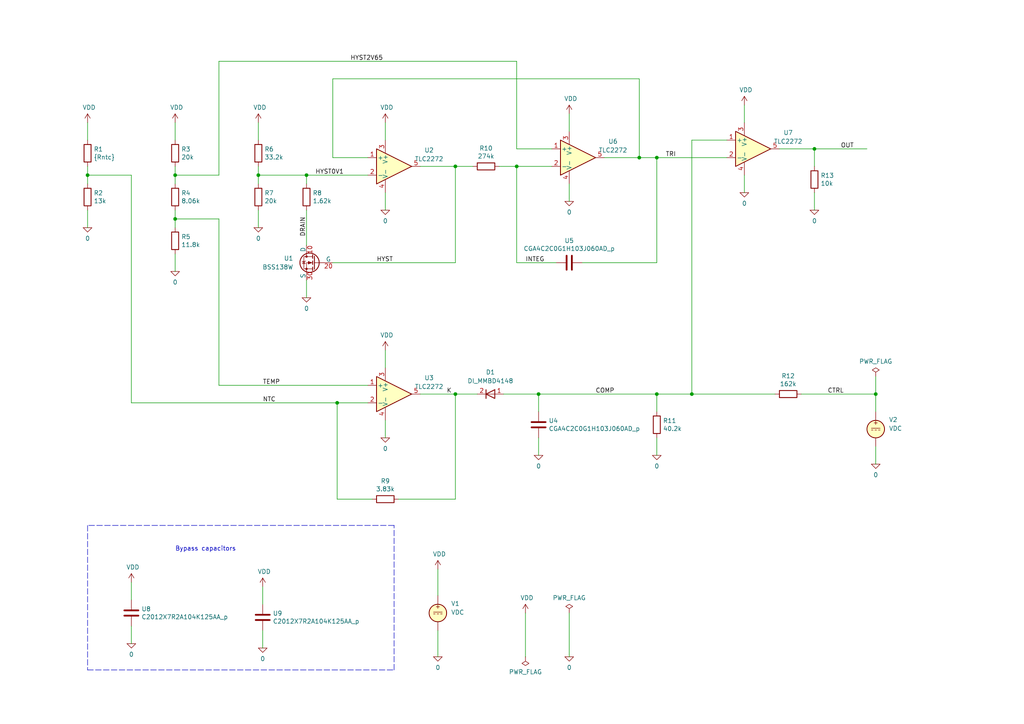
<source format=kicad_sch>
(kicad_sch (version 20211123) (generator eeschema)
  (paper "A4")
  (title_block (title "1-10V to PWM converter with NTC compensation.") (date "2023-04-10") (rev "1") (company "astroelectronic@") (comment 1 "-") (comment 2 "-") (comment 3 "-") (comment 4 "AE01010227"))
  (lib_symbols
    (symbol "Device:C" (pin_numbers hide) (pin_names (offset 0.254))
      (property "Reference" "C" (at 0.635 2.54 0))
      (property "Value" "C" (at 0.635 -2.54 0))
      (symbol "C_0_1"
        (polyline (pts (xy -2.032 -0.762) (xy 2.032 -0.762)) (stroke (width 0.508)))
        (polyline (pts (xy -2.032 0.762) (xy 2.032 0.762)) (stroke (width 0.508)))
      )
      (symbol "C_1_1"
        (pin passive line (at 0 3.81 270) (length 2.794) (name "~") (number "1"))
        (pin passive line (at 0 -3.81 90) (length 2.794) (name "~") (number "2"))
      )
    )
    (symbol "Device:R" (pin_numbers hide) (pin_names (offset 0))
      (property "Reference" "R" (at 2.032 0 90))
      (property "Value" "R" (at 0 0 90))
      (symbol "R_0_1"
        (rectangle (start -1.016 -2.54) (end 1.016 2.54) (stroke (width 0.254)))
      )
      (symbol "R_1_1"
        (pin passive line (at 0 3.81 270) (length 1.27) (name "~") (number "1"))
        (pin passive line (at 0 -3.81 90) (length 1.27) (name "~") (number "2"))
      )
    )
    (symbol "Simulation_SPICE:DIODE" (pin_names (offset 1.016) hide)
      (property "Reference" "D" (at 0 2.54 0))
      (property "Value" "DIODE" (at 0 -2.54 0))
      (symbol "DIODE_0_1"
        (polyline (pts (xy 1.27 0) (xy -1.27 0)))
        (polyline (pts (xy 1.27 1.27) (xy 1.27 -1.27)) (stroke (width 0.254)))
        (polyline (pts (xy -1.27 -1.27) (xy -1.27 1.27) (xy 1.27 0) (xy -1.27 -1.27)) (stroke (width 0.254)))
      )
      (symbol "DIODE_1_1"
        (pin passive line (at -3.81 0 0) (length 2.54) (name "A") (number "1"))
        (pin passive line (at 3.81 0 180) (length 2.54) (name "K") (number "2"))
      )
    )
    (symbol "Simulation_SPICE:VDC" (pin_numbers hide) (pin_names (offset 0.0254))
      (property "Reference" "V" (at 2.54 2.54 0))
      (property "Value" "VDC" (at 2.54 0 0))
      (property "Spice_Model" "dc(1)" (at 2.54 -2.54 0))
      (symbol "VDC_0_0"
        (polyline (pts (xy -1.27 0.254) (xy 1.27 0.254)))
        (polyline (pts (xy -0.762 -0.254) (xy -1.27 -0.254)))
        (polyline (pts (xy 0.254 -0.254) (xy -0.254 -0.254)))
        (polyline (pts (xy 1.27 -0.254) (xy 0.762 -0.254)))
        (text "+" (at 0 1.905 0) (effects (font (size 1.27 1.27))))
      )
      (symbol "VDC_0_1"
        (circle (center 0 0) (radius 2.54) (stroke (width 0.254)) (fill (type background)))
      )
      (symbol "VDC_1_1"
        (pin passive line (at 0 5.08 270) (length 2.54) (name "~") (number "1"))
        (pin passive line (at 0 -5.08 90) (length 2.54) (name "~") (number "2"))
      )
    )
    (symbol "TLC2272:BSS138W" (pin_names (offset 0))
      (property "Reference" "Q" (at 5.08 1.27 0))
      (property "Value" "BSS138W" (at 5.08 -1.27 0))
      (symbol "BSS138W_0_1"
        (polyline (pts (xy 0.254 0) (xy -2.54 0)))
        (polyline (pts (xy 0.254 1.905) (xy 0.254 -1.905)) (stroke (width 0.254)))
        (polyline (pts (xy 0.762 -1.27) (xy 0.762 -2.286)) (stroke (width 0.254)))
        (polyline (pts (xy 0.762 0.508) (xy 0.762 -0.508)) (stroke (width 0.254)))
        (polyline (pts (xy 0.762 2.286) (xy 0.762 1.27)) (stroke (width 0.254)))
        (polyline (pts (xy 2.54 2.54) (xy 2.54 1.778)))
        (polyline (pts (xy 2.54 -2.54) (xy 2.54 0) (xy 0.762 0)))
        (polyline (pts (xy 0.762 -1.778) (xy 3.302 -1.778) (xy 3.302 1.778) (xy 0.762 1.778)))
        (polyline (pts (xy 1.016 0) (xy 2.032 0.381) (xy 2.032 -0.381) (xy 1.016 0)) (fill (type outline)))
        (polyline (pts (xy 2.794 0.508) (xy 2.921 0.381) (xy 3.683 0.381) (xy 3.81 0.254)))
        (polyline (pts (xy 3.302 0.381) (xy 2.921 -0.254) (xy 3.683 -0.254) (xy 3.302 0.381)))
        (circle (center 1.651 0) (radius 2.794) (stroke (width 0.254)))
        (circle (center 2.54 -1.778) (radius 0.254) (fill (type outline)))
        (circle (center 2.54 1.778) (radius 0.254) (fill (type outline)))
      )
      (symbol "BSS138W_1_1"
        (pin passive line (at 2.54 5.08 270) (length 2.54) (name "D") (number "10"))
        (pin input line (at -5.08 0 0) (length 2.54) (name "G") (number "20"))
        (pin passive line (at 2.54 -5.08 90) (length 2.54) (name "S") (number "30"))
      )
    )
    (symbol "TLC2272:TLC2272" (pin_names (offset 0.254))
      (property "Reference" "U" (at 3.81 3.175 0))
      (property "Value" "TLC2272" (at 3.81 -3.175 0))
      (symbol "TLC2272_0_1"
        (polyline (pts (xy 5.08 0) (xy -5.08 5.08) (xy -5.08 -5.08) (xy 5.08 0)) (stroke (width 0.254)) (fill (type background)))
      )
      (symbol "TLC2272_1_1"
        (pin passive line (at -7.62 2.54 0) (length 2.54) (name "+") (number "1"))
        (pin passive line (at -7.62 -2.54 0) (length 2.54) (name "-") (number "2"))
        (pin passive line (at -2.54 7.62 270) (length 3.81) (name "V+") (number "3"))
        (pin passive line (at -2.54 -7.62 90) (length 3.81) (name "V-") (number "4"))
        (pin passive line (at 7.62 0 180) (length 2.54) (name "~") (number "5"))
      )
    )
    (symbol "power:PWR_FLAG" (power) (pin_numbers hide) (pin_names (offset 0) hide)
      (property "Value" "PWR_FLAG" (at 0 3.81 0))
      (symbol "PWR_FLAG_0_0"
        (pin power_out line (at 0 0 90) (length 0) (name "pwr") (number "1"))
      )
      (symbol "PWR_FLAG_0_1"
        (polyline (pts (xy 0 0) (xy 0 1.27) (xy -1.016 1.905) (xy 0 2.54) (xy 1.016 1.905) (xy 0 1.27)))
      )
    )
    (symbol "power:VDD" (power) (pin_names (offset 0))
      (property "Value" "VDD" (at 0 3.81 0))
      (symbol "VDD_0_1"
        (polyline (pts (xy -0.762 1.27) (xy 0 2.54)))
        (polyline (pts (xy 0 0) (xy 0 2.54)))
        (polyline (pts (xy 0 2.54) (xy 0.762 1.27)))
      )
      (symbol "VDD_1_1"
        (pin power_in line (at 0 0 90) (length 0) hide (name "VDD") (number "1"))
      )
    )
    (symbol "pspice:0" (power) (pin_names (offset 0))
      (property "Value" "0" (at 0 -1.778 0))
      (symbol "0_0_1"
        (polyline (pts (xy -1.27 0) (xy 0 -1.27) (xy 1.27 0) (xy -1.27 0)))
      )
      (symbol "0_1_1"
        (pin power_in line (at 0 0 0) (length 0) hide (name "0") (number "1"))
      )
    )
  )
  (junction (at 236.22 43.18))
  (junction (at 50.8 50.8))
  (junction (at 200.66 114.3))
  (junction (at 25.4 50.8))
  (junction (at 254 114.3))
  (junction (at 156.21 114.3))
  (junction (at 132.08 48.26))
  (junction (at 74.93 50.8))
  (junction (at 50.8 63.5))
  (junction (at 97.79 116.84))
  (junction (at 149.86 48.26))
  (junction (at 132.08 114.3))
  (junction (at 185.42 45.72))
  (junction (at 190.5 45.72))
  (junction (at 88.9 50.8))
  (junction (at 190.5 114.3))
  (wire (pts (xy 165.1 190.5) (xy 165.1 177.8)))
  (wire (pts (xy 160.02 43.18) (xy 149.86 43.18)))
  (wire (pts (xy 232.41 114.3) (xy 254 114.3)))
  (wire (pts (xy 97.79 116.84) (xy 38.1 116.84)))
  (wire (pts (xy 156.21 127) (xy 156.21 132.08)))
  (wire (pts (xy 50.8 66.04) (xy 50.8 63.5)))
  (wire (pts (xy 132.08 114.3) (xy 138.43 114.3)))
  (wire (pts (xy 63.5 63.5) (xy 50.8 63.5)))
  (wire (pts (xy 254 114.3) (xy 254 119.38)))
  (polyline (pts (xy 25.4 152.4) (xy 25.4 194.31)))
  (wire (pts (xy 25.4 53.34) (xy 25.4 50.8)))
  (wire (pts (xy 132.08 48.26) (xy 137.16 48.26)))
  (wire (pts (xy 50.8 50.8) (xy 50.8 48.26)))
  (wire (pts (xy 63.5 111.76) (xy 63.5 63.5)))
  (wire (pts (xy 96.52 76.2) (xy 132.08 76.2)))
  (wire (pts (xy 132.08 114.3) (xy 121.92 114.3)))
  (wire (pts (xy 74.93 50.8) (xy 74.93 48.26)))
  (wire (pts (xy 149.86 43.18) (xy 149.86 17.78)))
  (wire (pts (xy 132.08 144.78) (xy 132.08 114.3)))
  (wire (pts (xy 190.5 76.2) (xy 190.5 45.72)))
  (wire (pts (xy 88.9 50.8) (xy 106.68 50.8)))
  (wire (pts (xy 106.68 116.84) (xy 97.79 116.84)))
  (wire (pts (xy 215.9 50.8) (xy 215.9 55.88)))
  (wire (pts (xy 76.2 182.88) (xy 76.2 187.96)))
  (wire (pts (xy 74.93 60.96) (xy 74.93 66.04)))
  (wire (pts (xy 25.4 40.64) (xy 25.4 35.56)))
  (wire (pts (xy 236.22 43.18) (xy 251.46 43.18)))
  (wire (pts (xy 144.78 48.26) (xy 149.86 48.26)))
  (wire (pts (xy 215.9 35.56) (xy 215.9 30.48)))
  (wire (pts (xy 156.21 114.3) (xy 190.5 114.3)))
  (wire (pts (xy 127 182.88) (xy 127 190.5)))
  (wire (pts (xy 111.76 106.68) (xy 111.76 101.6)))
  (wire (pts (xy 63.5 17.78) (xy 63.5 50.8)))
  (wire (pts (xy 76.2 175.26) (xy 76.2 170.18)))
  (wire (pts (xy 38.1 50.8) (xy 25.4 50.8)))
  (wire (pts (xy 190.5 45.72) (xy 210.82 45.72)))
  (wire (pts (xy 115.57 144.78) (xy 132.08 144.78)))
  (wire (pts (xy 236.22 43.18) (xy 236.22 48.26)))
  (wire (pts (xy 106.68 45.72) (xy 96.52 45.72)))
  (wire (pts (xy 236.22 55.88) (xy 236.22 60.96)))
  (wire (pts (xy 149.86 48.26) (xy 160.02 48.26)))
  (wire (pts (xy 210.82 40.64) (xy 200.66 40.64)))
  (wire (pts (xy 50.8 40.64) (xy 50.8 35.56)))
  (wire (pts (xy 127 172.72) (xy 127 165.1)))
  (wire (pts (xy 175.26 45.72) (xy 185.42 45.72)))
  (wire (pts (xy 50.8 53.34) (xy 50.8 50.8)))
  (wire (pts (xy 74.93 50.8) (xy 88.9 50.8)))
  (wire (pts (xy 146.05 114.3) (xy 156.21 114.3)))
  (wire (pts (xy 25.4 50.8) (xy 25.4 48.26)))
  (wire (pts (xy 97.79 144.78) (xy 97.79 116.84)))
  (wire (pts (xy 96.52 22.86) (xy 185.42 22.86)))
  (wire (pts (xy 63.5 50.8) (xy 50.8 50.8)))
  (wire (pts (xy 190.5 114.3) (xy 200.66 114.3)))
  (wire (pts (xy 111.76 40.64) (xy 111.76 35.56)))
  (wire (pts (xy 254 129.54) (xy 254 134.62)))
  (wire (pts (xy 254 114.3) (xy 254 109.22)))
  (wire (pts (xy 168.91 76.2) (xy 190.5 76.2)))
  (wire (pts (xy 88.9 60.96) (xy 88.9 71.12)))
  (polyline (pts (xy 114.3 152.4) (xy 25.4 152.4)))
  (polyline (pts (xy 25.4 194.31) (xy 114.3 194.31)))
  (wire (pts (xy 132.08 48.26) (xy 121.92 48.26)))
  (wire (pts (xy 74.93 53.34) (xy 74.93 50.8)))
  (wire (pts (xy 50.8 63.5) (xy 50.8 60.96)))
  (wire (pts (xy 107.95 144.78) (xy 97.79 144.78)))
  (wire (pts (xy 149.86 76.2) (xy 161.29 76.2)))
  (wire (pts (xy 149.86 17.78) (xy 63.5 17.78)))
  (polyline (pts (xy 114.3 194.31) (xy 114.3 152.4)))
  (wire (pts (xy 200.66 40.64) (xy 200.66 114.3)))
  (wire (pts (xy 88.9 81.28) (xy 88.9 86.36)))
  (wire (pts (xy 38.1 173.99) (xy 38.1 168.91)))
  (wire (pts (xy 106.68 111.76) (xy 63.5 111.76)))
  (wire (pts (xy 111.76 55.88) (xy 111.76 60.96)))
  (wire (pts (xy 165.1 53.34) (xy 165.1 58.42)))
  (wire (pts (xy 50.8 73.66) (xy 50.8 78.74)))
  (wire (pts (xy 132.08 76.2) (xy 132.08 48.26)))
  (wire (pts (xy 165.1 38.1) (xy 165.1 33.02)))
  (wire (pts (xy 156.21 114.3) (xy 156.21 119.38)))
  (wire (pts (xy 74.93 40.64) (xy 74.93 35.56)))
  (wire (pts (xy 149.86 48.26) (xy 149.86 76.2)))
  (wire (pts (xy 25.4 60.96) (xy 25.4 66.04)))
  (wire (pts (xy 38.1 116.84) (xy 38.1 50.8)))
  (wire (pts (xy 200.66 114.3) (xy 224.79 114.3)))
  (wire (pts (xy 152.4 177.8) (xy 152.4 190.5)))
  (wire (pts (xy 190.5 127) (xy 190.5 132.08)))
  (wire (pts (xy 190.5 114.3) (xy 190.5 119.38)))
  (wire (pts (xy 96.52 45.72) (xy 96.52 22.86)))
  (wire (pts (xy 185.42 22.86) (xy 185.42 45.72)))
  (wire (pts (xy 185.42 45.72) (xy 190.5 45.72)))
  (wire (pts (xy 88.9 53.34) (xy 88.9 50.8)))
  (wire (pts (xy 111.76 121.92) (xy 111.76 127)))
  (wire (pts (xy 226.06 43.18) (xy 236.22 43.18)))
  (wire (pts (xy 38.1 181.61) (xy 38.1 186.69)))
  (text "Bypass capacitors" (at 50.8 160.02 0) (effects (font (size 1.27 1.27)) (justify left bottom)))
  (label "HYST0V1" (at 91.44 50.8 0))
  (label "TRI" (at 193.04 45.72 0))
  (label "COMP" (at 172.72 114.3 0))
  (label "INTEG" (at 152.4 76.2 0))
  (label "K" (at 129.54 114.3 0))
  (label "TEMP" (at 76.2 111.76 0))
  (label "DRAIN" (at 88.9 68.58 90))
  (label "CTRL" (at 240.03 114.3 0))
  (label "NTC" (at 76.2 116.84 0))
  (label "HYST2V65" (at 101.6 17.78 0))
  (label "OUT" (at 243.84 43.18 0))
  (label "HYST" (at 109.22 76.2 0))
  (symbol (lib_id "Device:R") (at 25.4 44.45 0) (unit 1)
    (property "Reference" "R1" (at 27.178 43.2816 0) (effects (justify left)))
    (property "Value" "{Rntc}" (at 27.178 45.593 0) (effects (justify left)))
    (property "Spice_Netlist_Enabled" "Y" (effects hide))
    (property "Spice_Primitive" "R" (effects hide))
    (property "Spice_Model" "{Rntc}" (effects hide))
  )
  (symbol (lib_id "Device:R") (at 25.4 57.15 0) (unit 1)
    (property "Reference" "R2" (at 27.178 55.9816 0) (effects (justify left)))
    (property "Value" "13k" (at 27.178 58.293 0) (effects (justify left)))
    (property "Spice_Primitive" "R" (effects hide))
    (property "Spice_Model" "13k" (effects hide))
    (property "Spice_Netlist_Enabled" "Y" (effects hide))
  )
  (symbol (lib_id "Device:R") (at 50.8 44.45 0) (unit 1)
    (property "Reference" "R3" (at 52.578 43.2816 0) (effects (justify left)))
    (property "Value" "20k" (at 52.578 45.593 0) (effects (justify left)))
    (property "Spice_Primitive" "R" (effects hide))
    (property "Spice_Model" "20k" (effects hide))
    (property "Spice_Netlist_Enabled" "Y" (effects hide))
  )
  (symbol (lib_id "Device:R") (at 50.8 57.15 0) (unit 1)
    (property "Reference" "R4" (at 52.578 55.9816 0) (effects (justify left)))
    (property "Value" "8.06k" (at 52.578 58.293 0) (effects (justify left)))
    (property "Spice_Primitive" "R" (effects hide))
    (property "Spice_Model" "8.06k" (effects hide))
    (property "Spice_Netlist_Enabled" "Y" (effects hide))
  )
  (symbol (lib_id "Device:R") (at 50.8 69.85 0) (unit 1)
    (property "Reference" "R5" (at 52.578 68.6816 0) (effects (justify left)))
    (property "Value" "11.8k" (at 52.578 70.993 0) (effects (justify left)))
    (property "Spice_Primitive" "R" (effects hide))
    (property "Spice_Model" "11.8k" (effects hide))
    (property "Spice_Netlist_Enabled" "Y" (effects hide))
  )
  (symbol (lib_id "Device:R") (at 74.93 44.45 0) (unit 1)
    (property "Reference" "R6" (at 76.708 43.2816 0) (effects (justify left)))
    (property "Value" "33.2k" (at 76.708 45.593 0) (effects (justify left)))
    (property "Spice_Primitive" "R" (effects hide))
    (property "Spice_Model" "33.2k" (effects hide))
    (property "Spice_Netlist_Enabled" "Y" (effects hide))
  )
  (symbol (lib_id "Device:R") (at 74.93 57.15 0) (unit 1)
    (property "Reference" "R7" (at 76.708 55.9816 0) (effects (justify left)))
    (property "Value" "20k" (at 76.708 58.293 0) (effects (justify left)))
    (property "Spice_Primitive" "R" (effects hide))
    (property "Spice_Model" "20k" (effects hide))
    (property "Spice_Netlist_Enabled" "Y" (effects hide))
  )
  (symbol (lib_id "power:VDD") (at 25.4 35.56 0) (unit 1)
    (property "Reference" "#PWR01" (effects hide))
    (property "Value" "VDD" (at 25.8318 31.1658 0))
  )
  (symbol (lib_id "pspice:0") (at 25.4 66.04 0) (unit 1)
    (property "Reference" "#GND01" (effects hide))
    (property "Value" "0" (at 25.4 69.1642 0))
  )
  (symbol (lib_id "pspice:0") (at 50.8 78.74 0) (unit 1)
    (property "Reference" "#GND02" (effects hide))
    (property "Value" "0" (at 50.8 81.8642 0))
  )
  (symbol (lib_id "power:VDD") (at 50.8 35.56 0) (unit 1)
    (property "Reference" "#PWR02" (effects hide))
    (property "Value" "VDD" (at 51.2318 31.1658 0))
  )
  (symbol (lib_id "power:VDD") (at 74.93 35.56 0) (unit 1)
    (property "Reference" "#PWR03" (effects hide))
    (property "Value" "VDD" (at 75.3618 31.1658 0))
  )
  (symbol (lib_id "pspice:0") (at 74.93 66.04 0) (unit 1)
    (property "Reference" "#GND03" (effects hide))
    (property "Value" "0" (at 74.93 69.1642 0))
  )
  (symbol (lib_id "power:VDD") (at 127 165.1 0) (unit 1)
    (property "Reference" "#PWR06" (effects hide))
    (property "Value" "VDD" (at 127.4318 160.7058 0))
  )
  (symbol (lib_id "pspice:0") (at 127 190.5 0) (unit 1)
    (property "Reference" "#GND07" (effects hide))
    (property "Value" "0" (at 127 193.6242 0))
  )
  (symbol (lib_id "power:VDD") (at 152.4 177.8 0) (unit 1)
    (property "Reference" "#PWR07" (effects hide))
    (property "Value" "VDD" (at 152.8318 173.4058 0))
  )
  (symbol (lib_id "pspice:0") (at 165.1 190.5 0) (unit 1)
    (property "Reference" "#GND09" (effects hide))
    (property "Value" "0" (at 165.1 193.6242 0))
  )
  (symbol (lib_id "pspice:0") (at 236.22 60.96 0) (unit 1)
    (property "Reference" "#GND0101" (effects hide))
    (property "Value" "0" (at 236.22 64.0842 0))
  )
  (symbol (lib_id "power:PWR_FLAG") (at 152.4 190.5 180) (unit 1)
    (property "Reference" "#FLG01" (effects hide))
    (property "Value" "PWR_FLAG" (at 152.4 194.8942 0))
  )
  (symbol (lib_id "power:PWR_FLAG") (at 165.1 177.8 0) (unit 1)
    (property "Reference" "#FLG02" (effects hide))
    (property "Value" "PWR_FLAG" (at 165.1 173.4058 0))
  )
  (symbol (lib_id "Device:R") (at 88.9 57.15 0) (unit 1)
    (property "Reference" "R8" (at 90.678 55.9816 0) (effects (justify left)))
    (property "Value" "1.62k" (at 90.678 58.293 0) (effects (justify left)))
    (property "Spice_Primitive" "R" (effects hide))
    (property "Spice_Model" "1.62k" (effects hide))
    (property "Spice_Netlist_Enabled" "Y" (effects hide))
  )
  (symbol (lib_id "power:VDD") (at 111.76 35.56 0) (unit 1)
    (property "Reference" "#PWR04" (effects hide))
    (property "Value" "VDD" (at 112.1918 31.1658 0))
  )
  (symbol (lib_id "pspice:0") (at 111.76 60.96 0) (unit 1)
    (property "Reference" "#GND05" (effects hide))
    (property "Value" "0" (at 111.76 64.0842 0))
  )
  (symbol (lib_id "pspice:0") (at 88.9 86.36 0) (unit 1)
    (property "Reference" "#GND04" (effects hide))
    (property "Value" "0" (at 88.9 89.4842 0))
  )
  (symbol (lib_id "Device:R") (at 140.97 48.26 270) (unit 1)
    (property "Reference" "R10" (at 140.97 43.0022 90))
    (property "Value" "274k" (at 140.97 45.3136 90))
    (property "Spice_Primitive" "R" (effects hide))
    (property "Spice_Model" "274k" (effects hide))
    (property "Spice_Netlist_Enabled" "Y" (effects hide))
  )
  (symbol (lib_id "pspice:0") (at 165.1 58.42 0) (unit 1)
    (property "Reference" "#GND010" (effects hide))
    (property "Value" "0" (at 165.1 61.5442 0))
  )
  (symbol (lib_id "power:VDD") (at 165.1 33.02 0) (unit 1)
    (property "Reference" "#PWR08" (effects hide))
    (property "Value" "VDD" (at 165.5318 28.6258 0))
  )
  (symbol (lib_id "Device:C") (at 165.1 76.2 270) (unit 1)
    (property "Reference" "U5" (at 165.1 69.7992 90))
    (property "Value" "CGA4C2C0G1H103J060AD_p" (at 165.1 72.1106 90))
    (property "Spice_Primitive" "X" (effects hide))
    (property "Spice_Model" "CGA4C2C0G1H103J060AD_p" (effects hide))
    (property "Spice_Netlist_Enabled" "Y" (effects hide))
    (property "Spice_Lib_File" "models/CGA4C2C0G1H103J060AD_p.mod" (effects hide))
  )
  (symbol (lib_id "pspice:0") (at 215.9 55.88 0) (unit 1)
    (property "Reference" "#GND012" (effects hide))
    (property "Value" "0" (at 215.9 59.0042 0))
  )
  (symbol (lib_id "power:VDD") (at 215.9 30.48 0) (unit 1)
    (property "Reference" "#PWR09" (effects hide))
    (property "Value" "VDD" (at 216.3318 26.0858 0))
  )
  (symbol (lib_id "power:VDD") (at 111.76 101.6 0) (unit 1)
    (property "Reference" "#PWR05" (effects hide))
    (property "Value" "VDD" (at 112.1918 97.2058 0))
  )
  (symbol (lib_id "pspice:0") (at 111.76 127 0) (unit 1)
    (property "Reference" "#GND06" (effects hide))
    (property "Value" "0" (at 111.76 130.1242 0))
  )
  (symbol (lib_id "Device:R") (at 111.76 144.78 270) (unit 1)
    (property "Reference" "R9" (at 111.76 139.5222 90))
    (property "Value" "3.83k" (at 111.76 141.8336 90))
    (property "Spice_Primitive" "R" (effects hide))
    (property "Spice_Model" "3.83k" (effects hide))
    (property "Spice_Netlist_Enabled" "Y" (effects hide))
  )
  (symbol (lib_id "Device:C") (at 156.21 123.19 0) (unit 1)
    (property "Reference" "U4" (at 159.131 122.0216 0) (effects (justify left)))
    (property "Value" "CGA4C2C0G1H103J060AD_p" (at 159.131 124.333 0) (effects (justify left)))
    (property "Spice_Primitive" "X" (effects hide))
    (property "Spice_Model" "CGA4C2C0G1H103J060AD_p" (effects hide))
    (property "Spice_Netlist_Enabled" "Y" (effects hide))
    (property "Spice_Lib_File" "models/CGA4C2C0G1H103J060AD_p.mod" (effects hide))
  )
  (symbol (lib_id "pspice:0") (at 156.21 132.08 0) (unit 1)
    (property "Reference" "#GND08" (effects hide))
    (property "Value" "0" (at 156.21 135.2042 0))
  )
  (symbol (lib_id "Device:R") (at 190.5 123.19 0) (unit 1)
    (property "Reference" "R11" (at 192.278 122.0216 0) (effects (justify left)))
    (property "Value" "40.2k" (at 192.278 124.333 0) (effects (justify left)))
    (property "Spice_Primitive" "R" (effects hide))
    (property "Spice_Model" "40.2k" (effects hide))
    (property "Spice_Netlist_Enabled" "Y" (effects hide))
  )
  (symbol (lib_id "pspice:0") (at 190.5 132.08 0) (unit 1)
    (property "Reference" "#GND011" (effects hide))
    (property "Value" "0" (at 190.5 135.2042 0))
  )
  (symbol (lib_id "Device:R") (at 228.6 114.3 270) (unit 1)
    (property "Reference" "R12" (at 228.6 109.0422 90))
    (property "Value" "162k" (at 228.6 111.3536 90))
    (property "Spice_Primitive" "R" (effects hide))
    (property "Spice_Model" "162k" (effects hide))
    (property "Spice_Netlist_Enabled" "Y" (effects hide))
  )
  (symbol (lib_id "pspice:0") (at 254 134.62 0) (unit 1)
    (property "Reference" "#GND013" (effects hide))
    (property "Value" "0" (at 254 137.7442 0))
  )
  (symbol (lib_id "Device:R") (at 236.22 52.07 0) (unit 1)
    (property "Reference" "R13" (at 237.998 50.9016 0) (effects (justify left)))
    (property "Value" "10k" (at 237.998 53.213 0) (effects (justify left)))
    (property "Spice_Primitive" "R" (effects hide))
    (property "Spice_Model" "10k" (effects hide))
    (property "Spice_Netlist_Enabled" "Y" (effects hide))
  )
  (symbol (lib_id "power:PWR_FLAG") (at 254 109.22 0) (unit 1)
    (property "Reference" "#FLG03" (effects hide))
    (property "Value" "PWR_FLAG" (at 254 104.8258 0))
  )
  (symbol (lib_id "Device:C") (at 38.1 177.8 0) (unit 1)
    (property "Reference" "U8" (at 41.021 176.6316 0) (effects (justify left)))
    (property "Value" "C2012X7R2A104K125AA_p" (at 41.021 178.943 0) (effects (justify left)))
    (property "Spice_Primitive" "X" (effects hide))
    (property "Spice_Model" "C2012X7R2A104K125AA_p" (effects hide))
    (property "Spice_Netlist_Enabled" "Y" (effects hide))
    (property "Spice_Lib_File" "models/C2012X7R2A104K125AA_p.mod" (effects hide))
  )
  (symbol (lib_id "power:VDD") (at 38.1 168.91 0) (unit 1)
    (property "Reference" "#PWR010" (effects hide))
    (property "Value" "VDD" (at 38.5318 164.5158 0))
  )
  (symbol (lib_id "pspice:0") (at 38.1 186.69 0) (unit 1)
    (property "Reference" "#GND014" (effects hide))
    (property "Value" "0" (at 38.1 189.8142 0))
  )
  (symbol (lib_id "Device:C") (at 76.2 179.07 0) (unit 1)
    (property "Reference" "U9" (at 79.121 177.9016 0) (effects (justify left)))
    (property "Value" "C2012X7R2A104K125AA_p" (at 79.121 180.213 0) (effects (justify left)))
    (property "Spice_Primitive" "X" (effects hide))
    (property "Spice_Model" "C2012X7R2A104K125AA_p" (effects hide))
    (property "Spice_Netlist_Enabled" "Y" (effects hide))
    (property "Spice_Lib_File" "models/C2012X7R2A104K125AA_p.mod" (effects hide))
  )
  (symbol (lib_id "power:VDD") (at 76.2 170.18 0) (unit 1)
    (property "Reference" "#PWR011" (effects hide))
    (property "Value" "VDD" (at 76.6318 165.7858 0))
  )
  (symbol (lib_id "pspice:0") (at 76.2 187.96 0) (unit 1)
    (property "Reference" "#GND015" (effects hide))
    (property "Value" "0" (at 76.2 191.0842 0))
  )
  (symbol (lib_id "TLC2272:TLC2272") (at 218.44 43.18 0) (unit 1)
    (property "Reference" "U7" (at 228.6 38.481 0))
    (property "Value" "TLC2272" (at 228.6 41.021 0))
    (property "Spice_Netlist_Enabled" "Y" (effects hide))
    (property "Spice_Primitive" "X" (effects hide))
    (property "Spice_Model" "TLC2272" (effects hide))
    (property "Spice_Lib_File" "models/TLC2272.LIB" (effects hide))
  )
  (symbol (lib_id "TLC2272:BSS138W") (at 91.44 76.2 0) (mirror y) (unit 1)
    (property "Reference" "U1" (at 85.09 74.9299 0) (effects (justify left)))
    (property "Value" "BSS138W" (at 85.09 77.4699 0) (effects (justify left)))
    (property "Spice_Primitive" "X" (effects hide))
    (property "Spice_Model" "BSS138W" (effects hide))
    (property "Spice_Netlist_Enabled" "Y" (effects hide))
    (property "Spice_Lib_File" "models/BSS138W.spice.txt" (effects hide))
  )
  (symbol (lib_id "TLC2272:TLC2272") (at 114.3 114.3 0) (unit 1)
    (property "Reference" "U3" (at 124.46 109.601 0))
    (property "Value" "TLC2272" (at 124.46 112.141 0))
    (property "Spice_Netlist_Enabled" "Y" (effects hide))
    (property "Spice_Primitive" "X" (effects hide))
    (property "Spice_Model" "TLC2272" (effects hide))
    (property "Spice_Lib_File" "models/TLC2272.LIB" (effects hide))
  )
  (symbol (lib_id "Simulation_SPICE:VDC") (at 127 177.8 0) (unit 1)
    (property "Reference" "V1" (at 130.81 175.0701 0) (effects (justify left)))
    (property "Value" "VDC" (at 130.81 177.6101 0) (effects (justify left)))
    (property "Spice_Netlist_Enabled" "Y" (effects hide))
    (property "Spice_Primitive" "V" (effects hide))
    (property "Spice_Model" "{VSUPPLY}" (at 130.81 180.1501 0) (effects (justify left)))
  )
  (symbol (lib_id "Simulation_SPICE:VDC") (at 254 124.46 0) (unit 1)
    (property "Reference" "V2" (at 257.81 121.7301 0) (effects (justify left)))
    (property "Value" "VDC" (at 257.81 124.2701 0) (effects (justify left)))
    (property "Spice_Netlist_Enabled" "Y" (effects hide))
    (property "Spice_Primitive" "V" (effects hide))
    (property "Spice_Model" "{VDIMM}" (at 257.81 126.8101 0) (effects (justify left)))
  )
  (symbol (lib_id "TLC2272:TLC2272") (at 114.3 48.26 0) (unit 1)
    (property "Reference" "U2" (at 124.46 43.561 0))
    (property "Value" "TLC2272" (at 124.46 46.101 0))
    (property "Spice_Netlist_Enabled" "Y" (effects hide))
    (property "Spice_Primitive" "X" (effects hide))
    (property "Spice_Model" "TLC2272" (effects hide))
    (property "Spice_Lib_File" "models/TLC2272.LIB" (effects hide))
  )
  (symbol (lib_id "TLC2272:TLC2272") (at 167.64 45.72 0) (unit 1)
    (property "Reference" "U6" (at 177.8 41.021 0))
    (property "Value" "TLC2272" (at 177.8 43.561 0))
    (property "Spice_Netlist_Enabled" "Y" (effects hide))
    (property "Spice_Primitive" "X" (effects hide))
    (property "Spice_Model" "TLC2272" (effects hide))
    (property "Spice_Lib_File" "models/TLC2272.LIB" (effects hide))
  )
  (symbol (lib_id "Simulation_SPICE:DIODE") (at 142.24 114.3 180) (unit 1)
    (property "Reference" "D1" (at 142.24 107.95 0))
    (property "Value" "DI_MMBD4148" (at 142.24 110.49 0))
    (property "Spice_Netlist_Enabled" "Y" (effects hide))
    (property "Spice_Primitive" "D" (effects hide))
    (property "Spice_Model" "DI_MMBD4148" (effects hide))
    (property "Spice_Lib_File" "models/MMBD4148.spice.txt" (effects hide))
  )
)
</source>
